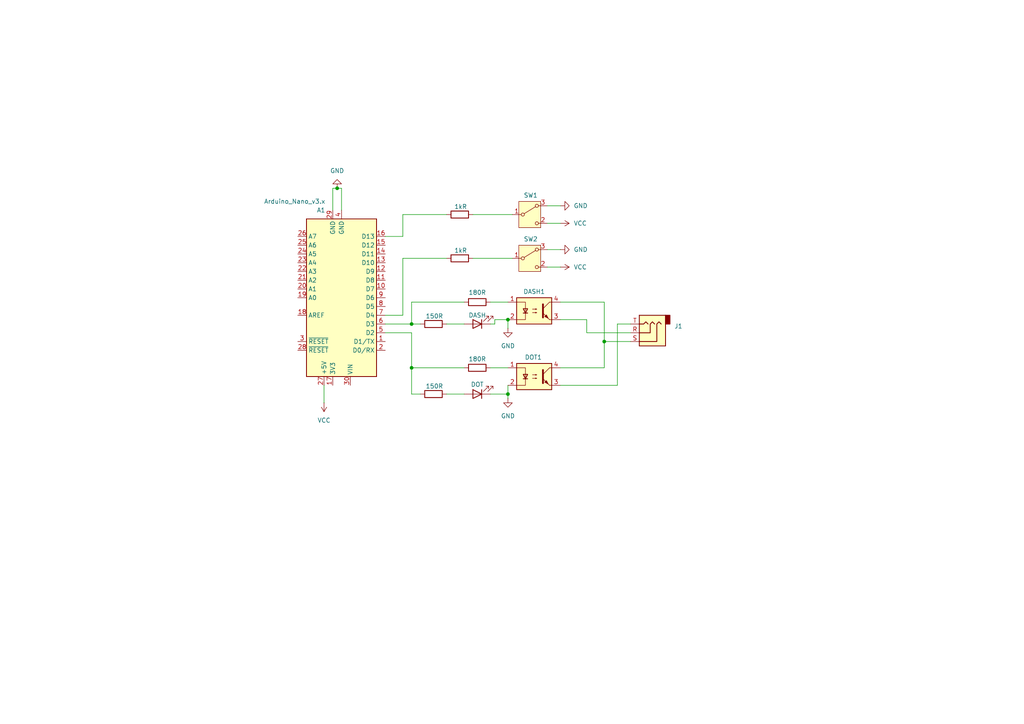
<source format=kicad_sch>
(kicad_sch (version 20250114) (generator "eeschema") (generator_version "9.0")
  (paper "A4")
  (lib_symbols
    (symbol "Connector_Audio:AudioJack3"
      (property "Reference" "J" (at 0 8.89 0))
      (property "Value" "AudioJack3" (at 0 6.35 0))
      (symbol "AudioJack3_0_1"
        (rectangle (start -5.08 -5.08) (end -6.35 -2.54) (stroke (width 0.254)) (fill (type outline)))
        (polyline (pts (xy -1.905 -2.54) (xy -1.27 -3.175) (xy -0.635 -2.54) (xy -0.635 0) (xy 2.54 0)) (stroke (width 0.254)))
        (polyline (pts (xy 0 -2.54) (xy 0.635 -3.175) (xy 1.27 -2.54) (xy 2.54 -2.54)) (stroke (width 0.254)))
        (rectangle (start 2.54 3.81) (end -5.08 -5.08) (stroke (width 0.254)) (fill (type background)))
        (polyline (pts (xy 2.54 2.54) (xy -2.54 2.54) (xy -2.54 -2.54) (xy -3.175 -3.175) (xy -3.81 -2.54)) (stroke (width 0.254)))
      )
      (symbol "AudioJack3_1_1"
        (pin passive line (at 5.08 2.54 180) (length 2.54) (name "~") (number "S"))
        (pin passive line (at 5.08 0 180) (length 2.54) (name "~") (number "R"))
        (pin passive line (at 5.08 -2.54 180) (length 2.54) (name "~") (number "T"))
      )
    )
    (symbol "Device:LED" (pin_numbers (hide yes)) (pin_names (offset 1.016) (hide yes))
      (property "Reference" "D" (at 0 2.54 0))
      (property "Value" "LED" (at 0 -2.54 0))
      (symbol "LED_0_1"
        (polyline (pts (xy -3.048 -0.762) (xy -4.572 -2.286) (xy -3.81 -2.286) (xy -4.572 -2.286) (xy -4.572 -1.524)))
        (polyline (pts (xy -1.778 -0.762) (xy -3.302 -2.286) (xy -2.54 -2.286) (xy -3.302 -2.286) (xy -3.302 -1.524)))
        (polyline (pts (xy -1.27 0) (xy 1.27 0)))
        (polyline (pts (xy -1.27 -1.27) (xy -1.27 1.27)) (stroke (width 0.254)))
        (polyline (pts (xy 1.27 -1.27) (xy 1.27 1.27) (xy -1.27 0) (xy 1.27 -1.27)) (stroke (width 0.254)))
      )
      (symbol "LED_1_1"
        (pin passive line (at -3.81 0 0) (length 2.54) (name "K") (number "1"))
        (pin passive line (at 3.81 0 180) (length 2.54) (name "A") (number "2"))
      )
    )
    (symbol "Device:R" (pin_numbers (hide yes)) (pin_names (offset 0))
      (property "Reference" "R" (at 2.032 0 90))
      (property "Value" "R" (at 0 0 90))
      (symbol "R_0_1"
        (rectangle (start -1.016 -2.54) (end 1.016 2.54) (stroke (width 0.254)))
      )
      (symbol "R_1_1"
        (pin passive line (at 0 3.81 270) (length 1.27) (name "~") (number "1"))
        (pin passive line (at 0 -3.81 90) (length 1.27) (name "~") (number "2"))
      )
    )
    (symbol "Isolator:EL817" (pin_names (offset 1.016))
      (property "Reference" "U" (at -5.08 5.08 0))
      (property "Value" "EL817" (at 0 5.08 0))
      (symbol "EL817_0_1"
        (rectangle (start -5.08 3.81) (end 5.08 -3.81) (stroke (width 0.254)) (fill (type background)))
        (polyline (pts (xy -5.08 2.54) (xy -2.54 2.54) (xy -2.54 -0.635)))
        (polyline (pts (xy -3.175 -0.635) (xy -1.905 -0.635)) (stroke (width 0.254)))
        (polyline (pts (xy -2.54 -0.635) (xy -2.54 -2.54) (xy -5.08 -2.54)))
        (polyline (pts (xy -2.54 -0.635) (xy -3.175 0.635) (xy -1.905 0.635) (xy -2.54 -0.635)) (stroke (width 0.254)))
        (polyline (pts (xy -0.508 0.508) (xy 0.762 0.508) (xy 0.381 0.381) (xy 0.381 0.635) (xy 0.762 0.508)))
        (polyline (pts (xy -0.508 -0.508) (xy 0.762 -0.508) (xy 0.381 -0.635) (xy 0.381 -0.381) (xy 0.762 -0.508)))
        (polyline (pts (xy 2.54 1.905) (xy 2.54 -1.905) (xy 2.54 -1.905)) (stroke (width 0.508)))
        (polyline (pts (xy 2.54 0.635) (xy 4.445 2.54)))
        (polyline (pts (xy 3.048 -1.651) (xy 3.556 -1.143) (xy 4.064 -2.159) (xy 3.048 -1.651) (xy 3.048 -1.651)) (fill (type outline)))
        (polyline (pts (xy 4.445 2.54) (xy 5.08 2.54)))
        (polyline (pts (xy 4.445 -2.54) (xy 2.54 -0.635)) (fill (type outline)))
        (polyline (pts (xy 4.445 -2.54) (xy 5.08 -2.54)))
      )
      (symbol "EL817_1_1"
        (pin passive line (at -7.62 2.54 0) (length 2.54) (name "~") (number "1"))
        (pin passive line (at -7.62 -2.54 0) (length 2.54) (name "~") (number "2"))
        (pin passive line (at 7.62 2.54 180) (length 2.54) (name "~") (number "4"))
        (pin passive line (at 7.62 -2.54 180) (length 2.54) (name "~") (number "3"))
      )
    )
    (symbol "MCU_Module:Arduino_Nano_v3.x"
      (property "Reference" "A" (at -10.16 23.495 0))
      (property "Value" "Arduino_Nano_v3.x" (at 5.08 -24.13 0))
      (symbol "Arduino_Nano_v3.x_0_1"
        (rectangle (start -10.16 22.86) (end 10.16 -22.86) (stroke (width 0.254)) (fill (type background)))
      )
      (symbol "Arduino_Nano_v3.x_1_1"
        (pin bidirectional line (at -12.7 15.24 0) (length 2.54) (name "D0/RX") (number "2"))
        (pin bidirectional line (at -12.7 12.7 0) (length 2.54) (name "D1/TX") (number "1"))
        (pin bidirectional line (at -12.7 10.16 0) (length 2.54) (name "D2") (number "5"))
        (pin bidirectional line (at -12.7 7.62 0) (length 2.54) (name "D3") (number "6"))
        (pin bidirectional line (at -12.7 5.08 0) (length 2.54) (name "D4") (number "7"))
        (pin bidirectional line (at -12.7 2.54 0) (length 2.54) (name "D5") (number "8"))
        (pin bidirectional line (at -12.7 0 0) (length 2.54) (name "D6") (number "9"))
        (pin bidirectional line (at -12.7 -2.54 0) (length 2.54) (name "D7") (number "10"))
        (pin bidirectional line (at -12.7 -5.08 0) (length 2.54) (name "D8") (number "11"))
        (pin bidirectional line (at -12.7 -7.62 0) (length 2.54) (name "D9") (number "12"))
        (pin bidirectional line (at -12.7 -10.16 0) (length 2.54) (name "D10") (number "13"))
        (pin bidirectional line (at -12.7 -12.7 0) (length 2.54) (name "D11") (number "14"))
        (pin bidirectional line (at -12.7 -15.24 0) (length 2.54) (name "D12") (number "15"))
        (pin bidirectional line (at -12.7 -17.78 0) (length 2.54) (name "D13") (number "16"))
        (pin power_in line (at -2.54 25.4 270) (length 2.54) (name "VIN") (number "30"))
        (pin power_in line (at 0 -25.4 90) (length 2.54) (name "GND") (number "4"))
        (pin power_out line (at 2.54 25.4 270) (length 2.54) (name "3V3") (number "17"))
        (pin power_in line (at 2.54 -25.4 90) (length 2.54) (name "GND") (number "29"))
        (pin power_out line (at 5.08 25.4 270) (length 2.54) (name "+5V") (number "27"))
        (pin input line (at 12.7 15.24 180) (length 2.54) (name "~{RESET}") (number "28"))
        (pin input line (at 12.7 12.7 180) (length 2.54) (name "~{RESET}") (number "3"))
        (pin input line (at 12.7 5.08 180) (length 2.54) (name "AREF") (number "18"))
        (pin bidirectional line (at 12.7 0 180) (length 2.54) (name "A0") (number "19"))
        (pin bidirectional line (at 12.7 -2.54 180) (length 2.54) (name "A1") (number "20"))
        (pin bidirectional line (at 12.7 -5.08 180) (length 2.54) (name "A2") (number "21"))
        (pin bidirectional line (at 12.7 -7.62 180) (length 2.54) (name "A3") (number "22"))
        (pin bidirectional line (at 12.7 -10.16 180) (length 2.54) (name "A4") (number "23"))
        (pin bidirectional line (at 12.7 -12.7 180) (length 2.54) (name "A5") (number "24"))
        (pin bidirectional line (at 12.7 -15.24 180) (length 2.54) (name "A6") (number "25"))
        (pin bidirectional line (at 12.7 -17.78 180) (length 2.54) (name "A7") (number "26"))
      )
    )
    (symbol "Switch:SW_Wuerth_450301014042" (pin_names (offset 1) (hide yes))
      (property "Reference" "SW" (at 0 5.08 0))
      (property "Value" "SW_Wuerth_450301014042" (at 0 -5.08 0))
      (symbol "SW_Wuerth_450301014042_0_1"
        (circle (center -2.032 0) (radius 0.4572))
        (polyline (pts (xy -1.651 0.254) (xy 1.651 2.286)))
        (circle (center 2.032 2.54) (radius 0.4572))
        (circle (center 2.032 -2.54) (radius 0.4572))
      )
      (symbol "SW_Wuerth_450301014042_1_1"
        (rectangle (start -3.175 3.81) (end 3.175 -3.81) (fill (type background)))
        (pin passive line (at -5.08 0 0) (length 2.54) (name "B") (number "1"))
        (pin passive line (at 5.08 2.54 180) (length 2.54) (name "A") (number "3"))
        (pin passive line (at 5.08 -2.54 180) (length 2.54) (name "C") (number "2"))
      )
    )
    (symbol "power:GND" (power) (pin_numbers (hide yes)) (pin_names (offset 0) (hide yes))
      (property "Value" "GND" (at 0 -3.81 0))
      (symbol "GND_0_1"
        (polyline (pts (xy 0 0) (xy 0 -1.27) (xy 1.27 -1.27) (xy 0 -2.54) (xy -1.27 -1.27) (xy 0 -1.27)))
      )
      (symbol "GND_1_1"
        (pin power_in line (at 0 0 270) (length 0) (name "~") (number "1"))
      )
    )
    (symbol "power:VCC" (power) (pin_numbers (hide yes)) (pin_names (offset 0) (hide yes))
      (property "Value" "VCC" (at 0 3.556 0))
      (symbol "VCC_0_1"
        (polyline (pts (xy -0.762 1.27) (xy 0 2.54)))
        (polyline (pts (xy 0 2.54) (xy 0.762 1.27)))
        (polyline (pts (xy 0 0) (xy 0 2.54)))
      )
      (symbol "VCC_1_1"
        (pin power_in line (at 0 0 90) (length 0) (name "~") (number "1"))
      )
    )
  )
  (junction (at 147.32 114.3))
  (junction (at 175.26 99.06))
  (junction (at 119.38 93.98))
  (junction (at 119.38 106.68))
  (junction (at 97.79 54.61))
  (junction (at 147.32 92.71))
  (wire (pts (xy 147.32 114.3) (xy 147.32 115.57)))
  (wire (pts (xy 142.24 93.98) (xy 143.51 93.98)))
  (wire (pts (xy 158.75 72.39) (xy 162.56 72.39)))
  (wire (pts (xy 147.32 111.76) (xy 147.32 114.3)))
  (wire (pts (xy 142.24 114.3) (xy 147.32 114.3)))
  (wire (pts (xy 142.24 87.63) (xy 147.32 87.63)))
  (wire (pts (xy 175.26 99.06) (xy 182.88 99.06)))
  (wire (pts (xy 175.26 99.06) (xy 175.26 87.63)))
  (wire (pts (xy 121.92 114.3) (xy 119.38 114.3)))
  (wire (pts (xy 137.16 74.93) (xy 148.59 74.93)))
  (wire (pts (xy 116.84 68.58) (xy 116.84 62.23)))
  (wire (pts (xy 175.26 99.06) (xy 175.26 106.68)))
  (wire (pts (xy 99.06 54.61) (xy 97.79 54.61)))
  (wire (pts (xy 143.51 93.98) (xy 143.51 92.71)))
  (wire (pts (xy 93.98 116.84) (xy 93.98 111.76)))
  (wire (pts (xy 119.38 106.68) (xy 134.62 106.68)))
  (wire (pts (xy 96.52 54.61) (xy 97.79 54.61)))
  (wire (pts (xy 179.07 111.76) (xy 179.07 93.98)))
  (wire (pts (xy 111.76 93.98) (xy 119.38 93.98)))
  (wire (pts (xy 119.38 93.98) (xy 121.92 93.98)))
  (wire (pts (xy 119.38 114.3) (xy 119.38 106.68)))
  (wire (pts (xy 162.56 111.76) (xy 179.07 111.76)))
  (wire (pts (xy 143.51 92.71) (xy 147.32 92.71)))
  (wire (pts (xy 119.38 87.63) (xy 119.38 93.98)))
  (wire (pts (xy 129.54 93.98) (xy 134.62 93.98)))
  (wire (pts (xy 162.56 106.68) (xy 175.26 106.68)))
  (wire (pts (xy 162.56 87.63) (xy 175.26 87.63)))
  (wire (pts (xy 119.38 87.63) (xy 134.62 87.63)))
  (wire (pts (xy 170.18 92.71) (xy 162.56 92.71)))
  (wire (pts (xy 116.84 91.44) (xy 116.84 74.93)))
  (wire (pts (xy 119.38 96.52) (xy 119.38 106.68)))
  (wire (pts (xy 96.52 60.96) (xy 96.52 54.61)))
  (wire (pts (xy 182.88 96.52) (xy 170.18 96.52)))
  (wire (pts (xy 158.75 59.69) (xy 162.56 59.69)))
  (wire (pts (xy 158.75 77.47) (xy 162.56 77.47)))
  (wire (pts (xy 158.75 64.77) (xy 162.56 64.77)))
  (wire (pts (xy 116.84 62.23) (xy 129.54 62.23)))
  (wire (pts (xy 99.06 60.96) (xy 99.06 54.61)))
  (wire (pts (xy 170.18 96.52) (xy 170.18 92.71)))
  (wire (pts (xy 111.76 91.44) (xy 116.84 91.44)))
  (wire (pts (xy 129.54 114.3) (xy 134.62 114.3)))
  (wire (pts (xy 111.76 96.52) (xy 119.38 96.52)))
  (wire (pts (xy 137.16 62.23) (xy 148.59 62.23)))
  (wire (pts (xy 142.24 106.68) (xy 147.32 106.68)))
  (wire (pts (xy 147.32 92.71) (xy 147.32 95.25)))
  (wire (pts (xy 179.07 93.98) (xy 182.88 93.98)))
  (wire (pts (xy 116.84 74.93) (xy 129.54 74.93)))
  (wire (pts (xy 111.76 68.58) (xy 116.84 68.58)))
  (symbol (lib_id "Device:R") (at 133.35 74.93 90) (unit 1)
    (property "Reference" "R6" (effects (hide yes)))
    (property "Value" "1kR" (at 133.604 72.644 90))
    (property "Footprint" "Resistor_SMD:R_0805_2012Metric_Pad1.20x1.40mm_HandSolder" (effects (hide yes)))
    (property "Description" "Resistor" (effects (hide yes)))
  )
  (symbol (lib_id "MCU_Module:Arduino_Nano_v3.x") (at 99.06 86.36 180) (unit 1)
    (property "Reference" "A1" (at 94.3767 60.96 0) (effects (justify left)))
    (property "Value" "Arduino_Nano_v3.x" (at 94.3767 58.42 0) (effects (justify left)))
    (property "Footprint" "Module:Arduino_Nano" (effects (hide yes)))
    (property "Datasheet" "http://www.mouser.com/pdfdocs/Gravitech_Arduino_Nano3_0.pdf" (effects (hide yes)))
    (property "Description" "Arduino Nano v3.x" (effects (hide yes)))
  )
  (symbol (lib_id "Device:R") (at 138.43 106.68 90) (unit 1)
    (property "Reference" "R2" (effects (hide yes)))
    (property "Value" "180R" (at 138.43 104.14 90))
    (property "Footprint" "Resistor_SMD:R_0805_2012Metric_Pad1.20x1.40mm_HandSolder" (effects (hide yes)))
    (property "Description" "Resistor" (effects (hide yes)))
  )
  (symbol (lib_id "Device:R") (at 133.35 62.23 90) (unit 1)
    (property "Reference" "R5" (effects (hide yes)))
    (property "Value" "1kR" (at 133.604 59.944 90))
    (property "Footprint" "Resistor_SMD:R_0805_2012Metric_Pad1.20x1.40mm_HandSolder" (effects (hide yes)))
    (property "Description" "Resistor" (effects (hide yes)))
  )
  (symbol (lib_id "Switch:SW_Wuerth_450301014042") (at 153.67 74.93 0) (unit 1)
    (property "Reference" "SW2" (at 153.924 69.342 0))
    (property "Value" "SW_Wuerth_450301014042" (effects (hide yes)))
    (property "Footprint" "Button_Switch_THT:SW_Slide-03_Wuerth-WS-SLTV_10x2.5x6.4_P2.54mm" (effects (hide yes)))
    (property "Datasheet" "https://www.we-online.com/components/products/datasheet/450301014042.pdf" (effects (hide yes)))
    (property "Description" "Switch slide, single pole double throw" (effects (hide yes)))
  )
  (symbol (lib_id "Device:LED") (at 138.43 93.98 180) (unit 1)
    (property "Reference" "D1" (effects (hide yes)))
    (property "Value" "DASH" (at 138.43 91.44 0))
    (property "Footprint" "LED_SMD:LED_0805_2012Metric_Pad1.15x1.40mm_HandSolder" (effects (hide yes)))
    (property "Description" "Light emitting diode" (effects (hide yes)))
    (property "Sim.Pins" "1=K 2=A" (effects (hide yes)))
  )
  (symbol (lib_id "Isolator:EL817") (at 154.94 109.22 0) (unit 1)
    (property "Reference" "DOT1" (at 154.686 103.632 0))
    (property "Value" "EL817" (effects (hide yes)))
    (property "Footprint" "Package_DIP:SMDIP-4_W7.62mm" (effects (hide yes)))
    (property "Datasheet" "http://www.everlight.com/file/ProductFile/EL817.pdf" (effects (hide yes)))
    (property "Description" "DC Optocoupler, Vce 35V, DIP-4" (effects (hide yes)))
  )
  (symbol (lib_id "power:VCC") (at 93.98 116.84 180) (unit 1)
    (property "Reference" "#PWR01" (effects (hide yes)))
    (property "Value" "VCC" (at 93.98 121.92 0))
    (property "Description" "Power symbol creates a global label with name \"VCC\"" (effects (hide yes)))
  )
  (symbol (lib_id "Isolator:EL817") (at 154.94 90.17 0) (unit 1)
    (property "Reference" "DASH1" (at 154.94 84.582 0))
    (property "Value" "EL817" (effects (hide yes)))
    (property "Footprint" "Package_DIP:SMDIP-4_W7.62mm" (effects (hide yes)))
    (property "Datasheet" "http://www.everlight.com/file/ProductFile/EL817.pdf" (effects (hide yes)))
    (property "Description" "DC Optocoupler, Vce 35V, DIP-4" (effects (hide yes)))
  )
  (symbol (lib_id "power:GND") (at 162.56 59.69 90) (unit 1)
    (property "Reference" "#PWR07" (effects (hide yes)))
    (property "Value" "GND" (at 166.37 59.6899 90) (effects (justify right)))
    (property "Description" "Power symbol creates a global label with name \"GND\" , ground" (effects (hide yes)))
  )
  (symbol (lib_id "power:GND") (at 162.56 72.39 90) (unit 1)
    (property "Reference" "#PWR08" (effects (hide yes)))
    (property "Value" "GND" (at 166.37 72.3899 90) (effects (justify right)))
    (property "Description" "Power symbol creates a global label with name \"GND\" , ground" (effects (hide yes)))
  )
  (symbol (lib_id "Device:LED") (at 138.43 114.3 180) (unit 1)
    (property "Reference" "D2" (effects (hide yes)))
    (property "Value" "DOT" (at 138.43 111.506 0))
    (property "Footprint" "LED_SMD:LED_0805_2012Metric_Pad1.15x1.40mm_HandSolder" (effects (hide yes)))
    (property "Description" "Light emitting diode" (effects (hide yes)))
    (property "Sim.Pins" "1=K 2=A" (effects (hide yes)))
  )
  (symbol (lib_id "Connector_Audio:AudioJack3") (at 187.96 96.52 180) (unit 1)
    (property "Reference" "J1" (at 195.58 94.6149 0) (effects (justify right)))
    (property "Value" "AudioJack3" (effects (hide yes)))
    (property "Footprint" "Connector_Audio:Jack_3.5mm_CUI_SJ1-3523N_Horizontal" (effects (hide yes)))
    (property "Description" "Audio Jack, 3 Poles (Stereo / TRS)" (effects (hide yes)))
  )
  (symbol (lib_id "power:VCC") (at 162.56 64.77 270) (unit 1)
    (property "Reference" "#PWR03" (effects (hide yes)))
    (property "Value" "VCC" (at 166.37 64.7699 90) (effects (justify left)))
    (property "Description" "Power symbol creates a global label with name \"VCC\"" (effects (hide yes)))
  )
  (symbol (lib_id "power:GND") (at 147.32 115.57 0) (unit 1)
    (property "Reference" "#PWR06" (effects (hide yes)))
    (property "Value" "GND" (at 147.32 120.65 0))
    (property "Description" "Power symbol creates a global label with name \"GND\" , ground" (effects (hide yes)))
  )
  (symbol (lib_id "Device:R") (at 125.73 93.98 90) (unit 1)
    (property "Reference" "R4" (effects (hide yes)))
    (property "Value" "150R" (at 125.984 91.694 90))
    (property "Footprint" "Resistor_SMD:R_0805_2012Metric_Pad1.20x1.40mm_HandSolder" (effects (hide yes)))
    (property "Description" "Resistor" (effects (hide yes)))
  )
  (symbol (lib_id "power:GND") (at 147.32 95.25 0) (unit 1)
    (property "Reference" "#PWR05" (effects (hide yes)))
    (property "Value" "GND" (at 147.32 100.33 0))
    (property "Description" "Power symbol creates a global label with name \"GND\" , ground" (effects (hide yes)))
  )
  (symbol (lib_id "power:VCC") (at 162.56 77.47 270) (unit 1)
    (property "Reference" "#PWR04" (effects (hide yes)))
    (property "Value" "VCC" (at 166.37 77.4699 90) (effects (justify left)))
    (property "Description" "Power symbol creates a global label with name \"VCC\"" (effects (hide yes)))
  )
  (symbol (lib_id "Switch:SW_Wuerth_450301014042") (at 153.67 62.23 0) (unit 1)
    (property "Reference" "SW1" (at 153.924 56.642 0))
    (property "Value" "SW_Wuerth_450301014042" (effects (hide yes)))
    (property "Footprint" "Button_Switch_THT:SW_Slide-03_Wuerth-WS-SLTV_10x2.5x6.4_P2.54mm" (effects (hide yes)))
    (property "Datasheet" "https://www.we-online.com/components/products/datasheet/450301014042.pdf" (effects (hide yes)))
    (property "Description" "Switch slide, single pole double throw" (effects (hide yes)))
  )
  (symbol (lib_id "power:GND") (at 97.79 54.61 180) (unit 1)
    (property "Reference" "#PWR02" (effects (hide yes)))
    (property "Value" "GND" (at 97.79 49.53 0))
    (property "Description" "Power symbol creates a global label with name \"GND\" , ground" (effects (hide yes)))
  )
  (symbol (lib_id "Device:R") (at 125.73 114.3 90) (unit 1)
    (property "Reference" "R3" (effects (hide yes)))
    (property "Value" "150R" (at 125.984 112.014 90))
    (property "Footprint" "Resistor_SMD:R_0805_2012Metric_Pad1.20x1.40mm_HandSolder" (effects (hide yes)))
    (property "Description" "Resistor" (effects (hide yes)))
  )
  (symbol (lib_id "Device:R") (at 138.43 87.63 90) (unit 1)
    (property "Reference" "R1" (effects (hide yes)))
    (property "Value" "180R" (at 138.43 84.836 90))
    (property "Footprint" "Resistor_SMD:R_0805_2012Metric_Pad1.20x1.40mm_HandSolder" (effects (hide yes)))
    (property "Description" "Resistor" (effects (hide yes)))
  )
)
</source>
